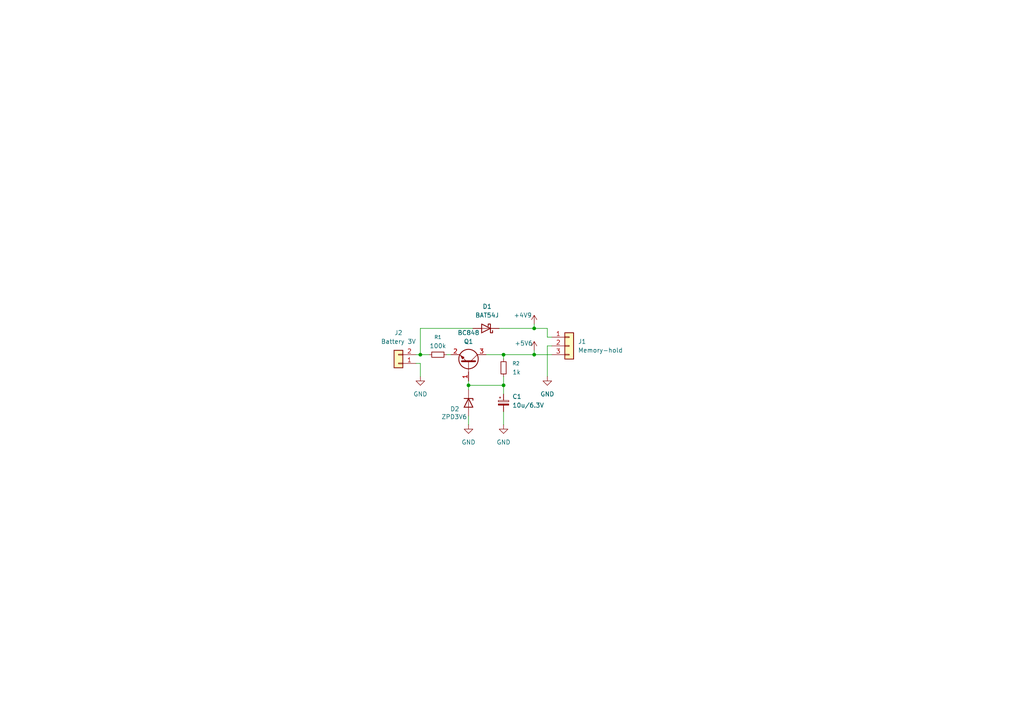
<source format=kicad_sch>
(kicad_sch
	(version 20250114)
	(generator "eeschema")
	(generator_version "9.0")
	(uuid "826c6496-6540-4c41-a18c-46aeb204f4f0")
	(paper "A4")
	(lib_symbols
		(symbol "Connector_Generic:Conn_01x02"
			(pin_names
				(offset 1.016)
				(hide yes)
			)
			(exclude_from_sim no)
			(in_bom yes)
			(on_board yes)
			(property "Reference" "J"
				(at 0 2.54 0)
				(effects
					(font
						(size 1.27 1.27)
					)
				)
			)
			(property "Value" "Conn_01x02"
				(at 0 -5.08 0)
				(effects
					(font
						(size 1.27 1.27)
					)
				)
			)
			(property "Footprint" ""
				(at 0 0 0)
				(effects
					(font
						(size 1.27 1.27)
					)
					(hide yes)
				)
			)
			(property "Datasheet" "~"
				(at 0 0 0)
				(effects
					(font
						(size 1.27 1.27)
					)
					(hide yes)
				)
			)
			(property "Description" "Generic connector, single row, 01x02, script generated (kicad-library-utils/schlib/autogen/connector/)"
				(at 0 0 0)
				(effects
					(font
						(size 1.27 1.27)
					)
					(hide yes)
				)
			)
			(property "ki_keywords" "connector"
				(at 0 0 0)
				(effects
					(font
						(size 1.27 1.27)
					)
					(hide yes)
				)
			)
			(property "ki_fp_filters" "Connector*:*_1x??_*"
				(at 0 0 0)
				(effects
					(font
						(size 1.27 1.27)
					)
					(hide yes)
				)
			)
			(symbol "Conn_01x02_1_1"
				(rectangle
					(start -1.27 1.27)
					(end 1.27 -3.81)
					(stroke
						(width 0.254)
						(type default)
					)
					(fill
						(type background)
					)
				)
				(rectangle
					(start -1.27 0.127)
					(end 0 -0.127)
					(stroke
						(width 0.1524)
						(type default)
					)
					(fill
						(type none)
					)
				)
				(rectangle
					(start -1.27 -2.413)
					(end 0 -2.667)
					(stroke
						(width 0.1524)
						(type default)
					)
					(fill
						(type none)
					)
				)
				(pin passive line
					(at -5.08 0 0)
					(length 3.81)
					(name "Pin_1"
						(effects
							(font
								(size 1.27 1.27)
							)
						)
					)
					(number "1"
						(effects
							(font
								(size 1.27 1.27)
							)
						)
					)
				)
				(pin passive line
					(at -5.08 -2.54 0)
					(length 3.81)
					(name "Pin_2"
						(effects
							(font
								(size 1.27 1.27)
							)
						)
					)
					(number "2"
						(effects
							(font
								(size 1.27 1.27)
							)
						)
					)
				)
			)
			(embedded_fonts no)
		)
		(symbol "Connector_Generic:Conn_01x03"
			(pin_names
				(offset 1.016)
				(hide yes)
			)
			(exclude_from_sim no)
			(in_bom yes)
			(on_board yes)
			(property "Reference" "J"
				(at 0 5.08 0)
				(effects
					(font
						(size 1.27 1.27)
					)
				)
			)
			(property "Value" "Conn_01x03"
				(at 0 -5.08 0)
				(effects
					(font
						(size 1.27 1.27)
					)
				)
			)
			(property "Footprint" ""
				(at 0 0 0)
				(effects
					(font
						(size 1.27 1.27)
					)
					(hide yes)
				)
			)
			(property "Datasheet" "~"
				(at 0 0 0)
				(effects
					(font
						(size 1.27 1.27)
					)
					(hide yes)
				)
			)
			(property "Description" "Generic connector, single row, 01x03, script generated (kicad-library-utils/schlib/autogen/connector/)"
				(at 0 0 0)
				(effects
					(font
						(size 1.27 1.27)
					)
					(hide yes)
				)
			)
			(property "ki_keywords" "connector"
				(at 0 0 0)
				(effects
					(font
						(size 1.27 1.27)
					)
					(hide yes)
				)
			)
			(property "ki_fp_filters" "Connector*:*_1x??_*"
				(at 0 0 0)
				(effects
					(font
						(size 1.27 1.27)
					)
					(hide yes)
				)
			)
			(symbol "Conn_01x03_1_1"
				(rectangle
					(start -1.27 3.81)
					(end 1.27 -3.81)
					(stroke
						(width 0.254)
						(type default)
					)
					(fill
						(type background)
					)
				)
				(rectangle
					(start -1.27 2.667)
					(end 0 2.413)
					(stroke
						(width 0.1524)
						(type default)
					)
					(fill
						(type none)
					)
				)
				(rectangle
					(start -1.27 0.127)
					(end 0 -0.127)
					(stroke
						(width 0.1524)
						(type default)
					)
					(fill
						(type none)
					)
				)
				(rectangle
					(start -1.27 -2.413)
					(end 0 -2.667)
					(stroke
						(width 0.1524)
						(type default)
					)
					(fill
						(type none)
					)
				)
				(pin passive line
					(at -5.08 2.54 0)
					(length 3.81)
					(name "Pin_1"
						(effects
							(font
								(size 1.27 1.27)
							)
						)
					)
					(number "1"
						(effects
							(font
								(size 1.27 1.27)
							)
						)
					)
				)
				(pin passive line
					(at -5.08 0 0)
					(length 3.81)
					(name "Pin_2"
						(effects
							(font
								(size 1.27 1.27)
							)
						)
					)
					(number "2"
						(effects
							(font
								(size 1.27 1.27)
							)
						)
					)
				)
				(pin passive line
					(at -5.08 -2.54 0)
					(length 3.81)
					(name "Pin_3"
						(effects
							(font
								(size 1.27 1.27)
							)
						)
					)
					(number "3"
						(effects
							(font
								(size 1.27 1.27)
							)
						)
					)
				)
			)
			(embedded_fonts no)
		)
		(symbol "Device:C_Polarized_Small"
			(pin_numbers
				(hide yes)
			)
			(pin_names
				(offset 0.254)
				(hide yes)
			)
			(exclude_from_sim no)
			(in_bom yes)
			(on_board yes)
			(property "Reference" "C"
				(at 0.254 1.778 0)
				(effects
					(font
						(size 1.27 1.27)
					)
					(justify left)
				)
			)
			(property "Value" "C_Polarized_Small"
				(at 0.254 -2.032 0)
				(effects
					(font
						(size 1.27 1.27)
					)
					(justify left)
				)
			)
			(property "Footprint" ""
				(at 0 0 0)
				(effects
					(font
						(size 1.27 1.27)
					)
					(hide yes)
				)
			)
			(property "Datasheet" "~"
				(at 0 0 0)
				(effects
					(font
						(size 1.27 1.27)
					)
					(hide yes)
				)
			)
			(property "Description" "Polarized capacitor, small symbol"
				(at 0 0 0)
				(effects
					(font
						(size 1.27 1.27)
					)
					(hide yes)
				)
			)
			(property "ki_keywords" "cap capacitor"
				(at 0 0 0)
				(effects
					(font
						(size 1.27 1.27)
					)
					(hide yes)
				)
			)
			(property "ki_fp_filters" "CP_*"
				(at 0 0 0)
				(effects
					(font
						(size 1.27 1.27)
					)
					(hide yes)
				)
			)
			(symbol "C_Polarized_Small_0_1"
				(rectangle
					(start -1.524 0.6858)
					(end 1.524 0.3048)
					(stroke
						(width 0)
						(type default)
					)
					(fill
						(type none)
					)
				)
				(rectangle
					(start -1.524 -0.3048)
					(end 1.524 -0.6858)
					(stroke
						(width 0)
						(type default)
					)
					(fill
						(type outline)
					)
				)
				(polyline
					(pts
						(xy -1.27 1.524) (xy -0.762 1.524)
					)
					(stroke
						(width 0)
						(type default)
					)
					(fill
						(type none)
					)
				)
				(polyline
					(pts
						(xy -1.016 1.27) (xy -1.016 1.778)
					)
					(stroke
						(width 0)
						(type default)
					)
					(fill
						(type none)
					)
				)
			)
			(symbol "C_Polarized_Small_1_1"
				(pin passive line
					(at 0 2.54 270)
					(length 1.8542)
					(name "~"
						(effects
							(font
								(size 1.27 1.27)
							)
						)
					)
					(number "1"
						(effects
							(font
								(size 1.27 1.27)
							)
						)
					)
				)
				(pin passive line
					(at 0 -2.54 90)
					(length 1.8542)
					(name "~"
						(effects
							(font
								(size 1.27 1.27)
							)
						)
					)
					(number "2"
						(effects
							(font
								(size 1.27 1.27)
							)
						)
					)
				)
			)
			(embedded_fonts no)
		)
		(symbol "Device:R_Small"
			(pin_numbers
				(hide yes)
			)
			(pin_names
				(offset 0.254)
				(hide yes)
			)
			(exclude_from_sim no)
			(in_bom yes)
			(on_board yes)
			(property "Reference" "R"
				(at 0 0 90)
				(effects
					(font
						(size 1.016 1.016)
					)
				)
			)
			(property "Value" "R_Small"
				(at 1.778 0 90)
				(effects
					(font
						(size 1.27 1.27)
					)
				)
			)
			(property "Footprint" ""
				(at 0 0 0)
				(effects
					(font
						(size 1.27 1.27)
					)
					(hide yes)
				)
			)
			(property "Datasheet" "~"
				(at 0 0 0)
				(effects
					(font
						(size 1.27 1.27)
					)
					(hide yes)
				)
			)
			(property "Description" "Resistor, small symbol"
				(at 0 0 0)
				(effects
					(font
						(size 1.27 1.27)
					)
					(hide yes)
				)
			)
			(property "ki_keywords" "R resistor"
				(at 0 0 0)
				(effects
					(font
						(size 1.27 1.27)
					)
					(hide yes)
				)
			)
			(property "ki_fp_filters" "R_*"
				(at 0 0 0)
				(effects
					(font
						(size 1.27 1.27)
					)
					(hide yes)
				)
			)
			(symbol "R_Small_0_1"
				(rectangle
					(start -0.762 1.778)
					(end 0.762 -1.778)
					(stroke
						(width 0.2032)
						(type default)
					)
					(fill
						(type none)
					)
				)
			)
			(symbol "R_Small_1_1"
				(pin passive line
					(at 0 2.54 270)
					(length 0.762)
					(name "~"
						(effects
							(font
								(size 1.27 1.27)
							)
						)
					)
					(number "1"
						(effects
							(font
								(size 1.27 1.27)
							)
						)
					)
				)
				(pin passive line
					(at 0 -2.54 90)
					(length 0.762)
					(name "~"
						(effects
							(font
								(size 1.27 1.27)
							)
						)
					)
					(number "2"
						(effects
							(font
								(size 1.27 1.27)
							)
						)
					)
				)
			)
			(embedded_fonts no)
		)
		(symbol "Diode:BAT54J"
			(pin_numbers
				(hide yes)
			)
			(pin_names
				(offset 1.016)
				(hide yes)
			)
			(exclude_from_sim no)
			(in_bom yes)
			(on_board yes)
			(property "Reference" "D"
				(at 0 2.54 0)
				(effects
					(font
						(size 1.27 1.27)
					)
				)
			)
			(property "Value" "BAT54J"
				(at 0 -2.54 0)
				(effects
					(font
						(size 1.27 1.27)
					)
				)
			)
			(property "Footprint" "Diode_SMD:D_SOD-323F"
				(at 0 -4.445 0)
				(effects
					(font
						(size 1.27 1.27)
					)
					(hide yes)
				)
			)
			(property "Datasheet" "https://assets.nexperia.com/documents/data-sheet/BAT54J.pdf"
				(at 0 0 0)
				(effects
					(font
						(size 1.27 1.27)
					)
					(hide yes)
				)
			)
			(property "Description" "30V 200mA Schottky diode, SOD-323F"
				(at 0 0 0)
				(effects
					(font
						(size 1.27 1.27)
					)
					(hide yes)
				)
			)
			(property "ki_keywords" "diode Schottky"
				(at 0 0 0)
				(effects
					(font
						(size 1.27 1.27)
					)
					(hide yes)
				)
			)
			(property "ki_fp_filters" "D*SOD?323F*"
				(at 0 0 0)
				(effects
					(font
						(size 1.27 1.27)
					)
					(hide yes)
				)
			)
			(symbol "BAT54J_0_1"
				(polyline
					(pts
						(xy -1.905 0.635) (xy -1.905 1.27) (xy -1.27 1.27) (xy -1.27 -1.27) (xy -0.635 -1.27) (xy -0.635 -0.635)
					)
					(stroke
						(width 0.254)
						(type default)
					)
					(fill
						(type none)
					)
				)
				(polyline
					(pts
						(xy 1.27 1.27) (xy 1.27 -1.27) (xy -1.27 0) (xy 1.27 1.27)
					)
					(stroke
						(width 0.254)
						(type default)
					)
					(fill
						(type none)
					)
				)
				(polyline
					(pts
						(xy 1.27 0) (xy -1.27 0)
					)
					(stroke
						(width 0)
						(type default)
					)
					(fill
						(type none)
					)
				)
			)
			(symbol "BAT54J_1_1"
				(pin passive line
					(at -3.81 0 0)
					(length 2.54)
					(name "K"
						(effects
							(font
								(size 1.27 1.27)
							)
						)
					)
					(number "1"
						(effects
							(font
								(size 1.27 1.27)
							)
						)
					)
				)
				(pin passive line
					(at 3.81 0 180)
					(length 2.54)
					(name "A"
						(effects
							(font
								(size 1.27 1.27)
							)
						)
					)
					(number "2"
						(effects
							(font
								(size 1.27 1.27)
							)
						)
					)
				)
			)
			(embedded_fonts no)
		)
		(symbol "Diode:ZPDxx"
			(pin_numbers
				(hide yes)
			)
			(pin_names
				(hide yes)
			)
			(exclude_from_sim no)
			(in_bom yes)
			(on_board yes)
			(property "Reference" "D"
				(at 0 2.54 0)
				(effects
					(font
						(size 1.27 1.27)
					)
				)
			)
			(property "Value" "ZPDxx"
				(at 0 -2.54 0)
				(effects
					(font
						(size 1.27 1.27)
					)
				)
			)
			(property "Footprint" "Diode_THT:D_DO-35_SOD27_P10.16mm_Horizontal"
				(at 0 -4.445 0)
				(effects
					(font
						(size 1.27 1.27)
					)
					(hide yes)
				)
			)
			(property "Datasheet" "http://diotec.com/tl_files/diotec/files/pdf/datasheets/zpd1"
				(at 0 0 0)
				(effects
					(font
						(size 1.27 1.27)
					)
					(hide yes)
				)
			)
			(property "Description" "500mW Zener Diode, DO-35"
				(at 0 0 0)
				(effects
					(font
						(size 1.27 1.27)
					)
					(hide yes)
				)
			)
			(property "ki_keywords" "zener diode"
				(at 0 0 0)
				(effects
					(font
						(size 1.27 1.27)
					)
					(hide yes)
				)
			)
			(property "ki_fp_filters" "D*DO?35*"
				(at 0 0 0)
				(effects
					(font
						(size 1.27 1.27)
					)
					(hide yes)
				)
			)
			(symbol "ZPDxx_0_1"
				(polyline
					(pts
						(xy -1.27 -1.27) (xy -1.27 1.27) (xy -0.762 1.27)
					)
					(stroke
						(width 0.254)
						(type default)
					)
					(fill
						(type none)
					)
				)
				(polyline
					(pts
						(xy 1.27 0) (xy -1.27 0)
					)
					(stroke
						(width 0)
						(type default)
					)
					(fill
						(type none)
					)
				)
				(polyline
					(pts
						(xy 1.27 -1.27) (xy 1.27 1.27) (xy -1.27 0) (xy 1.27 -1.27)
					)
					(stroke
						(width 0.254)
						(type default)
					)
					(fill
						(type none)
					)
				)
			)
			(symbol "ZPDxx_1_1"
				(pin passive line
					(at -3.81 0 0)
					(length 2.54)
					(name "K"
						(effects
							(font
								(size 1.27 1.27)
							)
						)
					)
					(number "1"
						(effects
							(font
								(size 1.27 1.27)
							)
						)
					)
				)
				(pin passive line
					(at 3.81 0 180)
					(length 2.54)
					(name "A"
						(effects
							(font
								(size 1.27 1.27)
							)
						)
					)
					(number "2"
						(effects
							(font
								(size 1.27 1.27)
							)
						)
					)
				)
			)
			(embedded_fonts no)
		)
		(symbol "Transistor_BJT:BC848"
			(pin_names
				(offset 0)
				(hide yes)
			)
			(exclude_from_sim no)
			(in_bom yes)
			(on_board yes)
			(property "Reference" "Q"
				(at 5.08 1.905 0)
				(effects
					(font
						(size 1.27 1.27)
					)
					(justify left)
				)
			)
			(property "Value" "BC848"
				(at 5.08 0 0)
				(effects
					(font
						(size 1.27 1.27)
					)
					(justify left)
				)
			)
			(property "Footprint" "Package_TO_SOT_SMD:SOT-23"
				(at 5.08 -1.905 0)
				(effects
					(font
						(size 1.27 1.27)
						(italic yes)
					)
					(justify left)
					(hide yes)
				)
			)
			(property "Datasheet" "http://www.infineon.com/dgdl/Infineon-BC847SERIES_BC848SERIES_BC849SERIES_BC850SERIES-DS-v01_01-en.pdf?fileId=db3a304314dca389011541d4630a1657"
				(at 0 0 0)
				(effects
					(font
						(size 1.27 1.27)
					)
					(justify left)
					(hide yes)
				)
			)
			(property "Description" "0.1A Ic, 30V Vce, NPN Transistor, SOT-23"
				(at 0 0 0)
				(effects
					(font
						(size 1.27 1.27)
					)
					(hide yes)
				)
			)
			(property "ki_keywords" "NPN Small Signal Transistor"
				(at 0 0 0)
				(effects
					(font
						(size 1.27 1.27)
					)
					(hide yes)
				)
			)
			(property "ki_fp_filters" "SOT?23*"
				(at 0 0 0)
				(effects
					(font
						(size 1.27 1.27)
					)
					(hide yes)
				)
			)
			(symbol "BC848_0_1"
				(polyline
					(pts
						(xy -2.54 0) (xy 0.635 0)
					)
					(stroke
						(width 0)
						(type default)
					)
					(fill
						(type none)
					)
				)
				(polyline
					(pts
						(xy 0.635 1.905) (xy 0.635 -1.905)
					)
					(stroke
						(width 0.508)
						(type default)
					)
					(fill
						(type none)
					)
				)
				(circle
					(center 1.27 0)
					(radius 2.8194)
					(stroke
						(width 0.254)
						(type default)
					)
					(fill
						(type none)
					)
				)
			)
			(symbol "BC848_1_1"
				(polyline
					(pts
						(xy 0.635 0.635) (xy 2.54 2.54)
					)
					(stroke
						(width 0)
						(type default)
					)
					(fill
						(type none)
					)
				)
				(polyline
					(pts
						(xy 0.635 -0.635) (xy 2.54 -2.54)
					)
					(stroke
						(width 0)
						(type default)
					)
					(fill
						(type none)
					)
				)
				(polyline
					(pts
						(xy 1.27 -1.778) (xy 1.778 -1.27) (xy 2.286 -2.286) (xy 1.27 -1.778)
					)
					(stroke
						(width 0)
						(type default)
					)
					(fill
						(type outline)
					)
				)
				(pin input line
					(at -5.08 0 0)
					(length 2.54)
					(name "B"
						(effects
							(font
								(size 1.27 1.27)
							)
						)
					)
					(number "1"
						(effects
							(font
								(size 1.27 1.27)
							)
						)
					)
				)
				(pin passive line
					(at 2.54 5.08 270)
					(length 2.54)
					(name "C"
						(effects
							(font
								(size 1.27 1.27)
							)
						)
					)
					(number "3"
						(effects
							(font
								(size 1.27 1.27)
							)
						)
					)
				)
				(pin passive line
					(at 2.54 -5.08 90)
					(length 2.54)
					(name "E"
						(effects
							(font
								(size 1.27 1.27)
							)
						)
					)
					(number "2"
						(effects
							(font
								(size 1.27 1.27)
							)
						)
					)
				)
			)
			(embedded_fonts no)
		)
		(symbol "power:+4V"
			(power)
			(pin_numbers
				(hide yes)
			)
			(pin_names
				(offset 0)
				(hide yes)
			)
			(exclude_from_sim no)
			(in_bom yes)
			(on_board yes)
			(property "Reference" "#PWR"
				(at 0 -3.81 0)
				(effects
					(font
						(size 1.27 1.27)
					)
					(hide yes)
				)
			)
			(property "Value" "+4V"
				(at 0 3.556 0)
				(effects
					(font
						(size 1.27 1.27)
					)
				)
			)
			(property "Footprint" ""
				(at 0 0 0)
				(effects
					(font
						(size 1.27 1.27)
					)
					(hide yes)
				)
			)
			(property "Datasheet" ""
				(at 0 0 0)
				(effects
					(font
						(size 1.27 1.27)
					)
					(hide yes)
				)
			)
			(property "Description" "Power symbol creates a global label with name \"+4V\""
				(at 0 0 0)
				(effects
					(font
						(size 1.27 1.27)
					)
					(hide yes)
				)
			)
			(property "ki_keywords" "global power"
				(at 0 0 0)
				(effects
					(font
						(size 1.27 1.27)
					)
					(hide yes)
				)
			)
			(symbol "+4V_0_1"
				(polyline
					(pts
						(xy -0.762 1.27) (xy 0 2.54)
					)
					(stroke
						(width 0)
						(type default)
					)
					(fill
						(type none)
					)
				)
				(polyline
					(pts
						(xy 0 2.54) (xy 0.762 1.27)
					)
					(stroke
						(width 0)
						(type default)
					)
					(fill
						(type none)
					)
				)
				(polyline
					(pts
						(xy 0 0) (xy 0 2.54)
					)
					(stroke
						(width 0)
						(type default)
					)
					(fill
						(type none)
					)
				)
			)
			(symbol "+4V_1_1"
				(pin power_in line
					(at 0 0 90)
					(length 0)
					(name "~"
						(effects
							(font
								(size 1.27 1.27)
							)
						)
					)
					(number "1"
						(effects
							(font
								(size 1.27 1.27)
							)
						)
					)
				)
			)
			(embedded_fonts no)
		)
		(symbol "power:+5V"
			(power)
			(pin_numbers
				(hide yes)
			)
			(pin_names
				(offset 0)
				(hide yes)
			)
			(exclude_from_sim no)
			(in_bom yes)
			(on_board yes)
			(property "Reference" "#PWR"
				(at 0 -3.81 0)
				(effects
					(font
						(size 1.27 1.27)
					)
					(hide yes)
				)
			)
			(property "Value" "+5V"
				(at 0 3.556 0)
				(effects
					(font
						(size 1.27 1.27)
					)
				)
			)
			(property "Footprint" ""
				(at 0 0 0)
				(effects
					(font
						(size 1.27 1.27)
					)
					(hide yes)
				)
			)
			(property "Datasheet" ""
				(at 0 0 0)
				(effects
					(font
						(size 1.27 1.27)
					)
					(hide yes)
				)
			)
			(property "Description" "Power symbol creates a global label with name \"+5V\""
				(at 0 0 0)
				(effects
					(font
						(size 1.27 1.27)
					)
					(hide yes)
				)
			)
			(property "ki_keywords" "global power"
				(at 0 0 0)
				(effects
					(font
						(size 1.27 1.27)
					)
					(hide yes)
				)
			)
			(symbol "+5V_0_1"
				(polyline
					(pts
						(xy -0.762 1.27) (xy 0 2.54)
					)
					(stroke
						(width 0)
						(type default)
					)
					(fill
						(type none)
					)
				)
				(polyline
					(pts
						(xy 0 2.54) (xy 0.762 1.27)
					)
					(stroke
						(width 0)
						(type default)
					)
					(fill
						(type none)
					)
				)
				(polyline
					(pts
						(xy 0 0) (xy 0 2.54)
					)
					(stroke
						(width 0)
						(type default)
					)
					(fill
						(type none)
					)
				)
			)
			(symbol "+5V_1_1"
				(pin power_in line
					(at 0 0 90)
					(length 0)
					(name "~"
						(effects
							(font
								(size 1.27 1.27)
							)
						)
					)
					(number "1"
						(effects
							(font
								(size 1.27 1.27)
							)
						)
					)
				)
			)
			(embedded_fonts no)
		)
		(symbol "power:GND"
			(power)
			(pin_numbers
				(hide yes)
			)
			(pin_names
				(offset 0)
				(hide yes)
			)
			(exclude_from_sim no)
			(in_bom yes)
			(on_board yes)
			(property "Reference" "#PWR"
				(at 0 -6.35 0)
				(effects
					(font
						(size 1.27 1.27)
					)
					(hide yes)
				)
			)
			(property "Value" "GND"
				(at 0 -3.81 0)
				(effects
					(font
						(size 1.27 1.27)
					)
				)
			)
			(property "Footprint" ""
				(at 0 0 0)
				(effects
					(font
						(size 1.27 1.27)
					)
					(hide yes)
				)
			)
			(property "Datasheet" ""
				(at 0 0 0)
				(effects
					(font
						(size 1.27 1.27)
					)
					(hide yes)
				)
			)
			(property "Description" "Power symbol creates a global label with name \"GND\" , ground"
				(at 0 0 0)
				(effects
					(font
						(size 1.27 1.27)
					)
					(hide yes)
				)
			)
			(property "ki_keywords" "global power"
				(at 0 0 0)
				(effects
					(font
						(size 1.27 1.27)
					)
					(hide yes)
				)
			)
			(symbol "GND_0_1"
				(polyline
					(pts
						(xy 0 0) (xy 0 -1.27) (xy 1.27 -1.27) (xy 0 -2.54) (xy -1.27 -1.27) (xy 0 -1.27)
					)
					(stroke
						(width 0)
						(type default)
					)
					(fill
						(type none)
					)
				)
			)
			(symbol "GND_1_1"
				(pin power_in line
					(at 0 0 270)
					(length 0)
					(name "~"
						(effects
							(font
								(size 1.27 1.27)
							)
						)
					)
					(number "1"
						(effects
							(font
								(size 1.27 1.27)
							)
						)
					)
				)
			)
			(embedded_fonts no)
		)
	)
	(junction
		(at 154.94 102.87)
		(diameter 0)
		(color 0 0 0 0)
		(uuid "4615d717-04d8-4159-8c03-22e37b352d49")
	)
	(junction
		(at 154.94 95.25)
		(diameter 0)
		(color 0 0 0 0)
		(uuid "66becd49-63fc-4a69-8874-de07c87eceb4")
	)
	(junction
		(at 121.92 102.87)
		(diameter 0)
		(color 0 0 0 0)
		(uuid "74cd4495-0ddd-45b2-8e1a-3b9c5d56287b")
	)
	(junction
		(at 146.05 102.87)
		(diameter 0)
		(color 0 0 0 0)
		(uuid "781671f0-92e8-4ea3-8547-58ad497690f5")
	)
	(junction
		(at 135.89 111.76)
		(diameter 0)
		(color 0 0 0 0)
		(uuid "7cda2003-e429-4919-a8c8-a96eb3526834")
	)
	(junction
		(at 146.05 111.76)
		(diameter 0)
		(color 0 0 0 0)
		(uuid "c57cab80-5b6b-4b13-8763-8676e6c0f295")
	)
	(wire
		(pts
			(xy 120.65 102.87) (xy 121.92 102.87)
		)
		(stroke
			(width 0)
			(type default)
		)
		(uuid "227e3629-ab1e-4b84-a7eb-e671f160b226")
	)
	(wire
		(pts
			(xy 121.92 102.87) (xy 124.46 102.87)
		)
		(stroke
			(width 0)
			(type default)
		)
		(uuid "366b59dc-98e0-4dd9-8524-5202bce5f97e")
	)
	(wire
		(pts
			(xy 146.05 102.87) (xy 146.05 104.14)
		)
		(stroke
			(width 0)
			(type default)
		)
		(uuid "39ee0121-653e-45ce-84d5-45f838adf7aa")
	)
	(wire
		(pts
			(xy 158.75 97.79) (xy 160.02 97.79)
		)
		(stroke
			(width 0)
			(type default)
		)
		(uuid "3bb3dc72-578c-4e0c-8410-a9f578e66568")
	)
	(wire
		(pts
			(xy 135.89 120.65) (xy 135.89 123.19)
		)
		(stroke
			(width 0)
			(type default)
		)
		(uuid "3c451528-2977-4ff6-8464-e4fb4ceb538e")
	)
	(wire
		(pts
			(xy 129.54 102.87) (xy 130.81 102.87)
		)
		(stroke
			(width 0)
			(type default)
		)
		(uuid "4796fedb-3b8a-4203-bd42-12993996f3f2")
	)
	(wire
		(pts
			(xy 135.89 111.76) (xy 135.89 110.49)
		)
		(stroke
			(width 0)
			(type default)
		)
		(uuid "4adba502-16f0-4b0e-9c7d-6182e67723fd")
	)
	(wire
		(pts
			(xy 121.92 109.22) (xy 121.92 105.41)
		)
		(stroke
			(width 0)
			(type default)
		)
		(uuid "5185c9c0-ee89-42cf-a50f-47ca570acd38")
	)
	(wire
		(pts
			(xy 158.75 97.79) (xy 158.75 95.25)
		)
		(stroke
			(width 0)
			(type default)
		)
		(uuid "5193b571-a0f9-4a10-8cab-44f76094fe07")
	)
	(wire
		(pts
			(xy 154.94 102.87) (xy 160.02 102.87)
		)
		(stroke
			(width 0)
			(type default)
		)
		(uuid "52638f0a-6024-4631-a6ec-28598a4ac87f")
	)
	(wire
		(pts
			(xy 146.05 119.38) (xy 146.05 123.19)
		)
		(stroke
			(width 0)
			(type default)
		)
		(uuid "6fa1423b-0b0e-42d2-88d0-039528223b1f")
	)
	(wire
		(pts
			(xy 140.97 102.87) (xy 146.05 102.87)
		)
		(stroke
			(width 0)
			(type default)
		)
		(uuid "7da5e2bb-8684-4d62-b50c-c08ea680dfe9")
	)
	(wire
		(pts
			(xy 158.75 100.33) (xy 160.02 100.33)
		)
		(stroke
			(width 0)
			(type default)
		)
		(uuid "7f8fa5e8-0227-4eed-8bb8-4904a4a9a9bb")
	)
	(wire
		(pts
			(xy 154.94 102.87) (xy 154.94 101.6)
		)
		(stroke
			(width 0)
			(type default)
		)
		(uuid "8153c64d-9d75-4a1a-86b1-44196b587797")
	)
	(wire
		(pts
			(xy 135.89 111.76) (xy 135.89 113.03)
		)
		(stroke
			(width 0)
			(type default)
		)
		(uuid "961488f7-311c-4254-b772-64cba37dab26")
	)
	(wire
		(pts
			(xy 146.05 102.87) (xy 154.94 102.87)
		)
		(stroke
			(width 0)
			(type default)
		)
		(uuid "991ad78f-eff1-4b2b-829d-2aa0b5517b85")
	)
	(wire
		(pts
			(xy 146.05 109.22) (xy 146.05 111.76)
		)
		(stroke
			(width 0)
			(type default)
		)
		(uuid "9c87971a-ec63-4a85-8383-c61cdda319bd")
	)
	(wire
		(pts
			(xy 154.94 95.25) (xy 144.78 95.25)
		)
		(stroke
			(width 0)
			(type default)
		)
		(uuid "a85010ed-d575-4834-b9a3-af9ddcb07822")
	)
	(wire
		(pts
			(xy 146.05 111.76) (xy 146.05 114.3)
		)
		(stroke
			(width 0)
			(type default)
		)
		(uuid "b8e98bc3-0475-4033-9963-cccf91bef4a1")
	)
	(wire
		(pts
			(xy 121.92 95.25) (xy 121.92 102.87)
		)
		(stroke
			(width 0)
			(type default)
		)
		(uuid "c17cb56d-82b1-4285-b7b5-e6c4667c983c")
	)
	(wire
		(pts
			(xy 120.65 105.41) (xy 121.92 105.41)
		)
		(stroke
			(width 0)
			(type default)
		)
		(uuid "c848b081-6527-4d76-a1bb-5fe71d182ada")
	)
	(wire
		(pts
			(xy 121.92 95.25) (xy 137.16 95.25)
		)
		(stroke
			(width 0)
			(type default)
		)
		(uuid "cbebcdb5-00ac-4ce2-9446-c1b52515b98a")
	)
	(wire
		(pts
			(xy 158.75 100.33) (xy 158.75 109.22)
		)
		(stroke
			(width 0)
			(type default)
		)
		(uuid "ce67880f-8d57-40f5-b325-1e033e7b6a27")
	)
	(wire
		(pts
			(xy 158.75 95.25) (xy 154.94 95.25)
		)
		(stroke
			(width 0)
			(type default)
		)
		(uuid "eadd9a5e-d372-413c-bbfe-f13cb4364275")
	)
	(wire
		(pts
			(xy 154.94 93.98) (xy 154.94 95.25)
		)
		(stroke
			(width 0)
			(type default)
		)
		(uuid "ed2c672d-4543-4dcc-8812-df37e567fdd9")
	)
	(wire
		(pts
			(xy 146.05 111.76) (xy 135.89 111.76)
		)
		(stroke
			(width 0)
			(type default)
		)
		(uuid "f12e7839-c897-46ba-b33c-82112ab314aa")
	)
	(symbol
		(lib_id "Diode:BAT54J")
		(at 140.97 95.25 180)
		(unit 1)
		(exclude_from_sim no)
		(in_bom yes)
		(on_board yes)
		(dnp no)
		(fields_autoplaced yes)
		(uuid "124372ab-dc1d-4812-9791-08a844735bda")
		(property "Reference" "D1"
			(at 141.2875 88.9 0)
			(effects
				(font
					(size 1.27 1.27)
				)
			)
		)
		(property "Value" "BAT54J"
			(at 141.2875 91.44 0)
			(effects
				(font
					(size 1.27 1.27)
				)
			)
		)
		(property "Footprint" "Diode_SMD:D_SOD-323F"
			(at 140.97 90.805 0)
			(effects
				(font
					(size 1.27 1.27)
				)
				(hide yes)
			)
		)
		(property "Datasheet" "https://assets.nexperia.com/documents/data-sheet/BAT54J.pdf"
			(at 140.97 95.25 0)
			(effects
				(font
					(size 1.27 1.27)
				)
				(hide yes)
			)
		)
		(property "Description" "30V 200mA Schottky diode, SOD-323F"
			(at 140.97 95.25 0)
			(effects
				(font
					(size 1.27 1.27)
				)
				(hide yes)
			)
		)
		(pin "2"
			(uuid "98f1dd4c-5ecd-48b7-9cd8-74ba3b429d02")
		)
		(pin "1"
			(uuid "71597a35-5c64-4bc7-8ab9-17f18c280339")
		)
		(instances
			(project ""
				(path "/826c6496-6540-4c41-a18c-46aeb204f4f0"
					(reference "D1")
					(unit 1)
				)
			)
		)
	)
	(symbol
		(lib_id "Device:R_Small")
		(at 146.05 106.68 0)
		(unit 1)
		(exclude_from_sim no)
		(in_bom yes)
		(on_board yes)
		(dnp no)
		(fields_autoplaced yes)
		(uuid "184ee8e8-e4a8-45cb-bee6-e3d7fdbe2c58")
		(property "Reference" "R2"
			(at 148.59 105.4099 0)
			(effects
				(font
					(size 1.016 1.016)
				)
				(justify left)
			)
		)
		(property "Value" "1k"
			(at 148.59 107.9499 0)
			(effects
				(font
					(size 1.27 1.27)
				)
				(justify left)
			)
		)
		(property "Footprint" "Resistor_SMD:R_1206_3216Metric"
			(at 146.05 106.68 0)
			(effects
				(font
					(size 1.27 1.27)
				)
				(hide yes)
			)
		)
		(property "Datasheet" "~"
			(at 146.05 106.68 0)
			(effects
				(font
					(size 1.27 1.27)
				)
				(hide yes)
			)
		)
		(property "Description" "Resistor, small symbol"
			(at 146.05 106.68 0)
			(effects
				(font
					(size 1.27 1.27)
				)
				(hide yes)
			)
		)
		(pin "2"
			(uuid "bd2869f6-9b12-4333-bade-3245a6889d03")
		)
		(pin "1"
			(uuid "b3d43a30-3215-46c1-8364-176e01675eb6")
		)
		(instances
			(project ""
				(path "/826c6496-6540-4c41-a18c-46aeb204f4f0"
					(reference "R2")
					(unit 1)
				)
			)
		)
	)
	(symbol
		(lib_id "power:GND")
		(at 158.75 109.22 0)
		(unit 1)
		(exclude_from_sim no)
		(in_bom yes)
		(on_board yes)
		(dnp no)
		(fields_autoplaced yes)
		(uuid "1b6407f8-a2ae-456b-8b81-b859d816c058")
		(property "Reference" "#PWR04"
			(at 158.75 115.57 0)
			(effects
				(font
					(size 1.27 1.27)
				)
				(hide yes)
			)
		)
		(property "Value" "GND"
			(at 158.75 114.3 0)
			(effects
				(font
					(size 1.27 1.27)
				)
			)
		)
		(property "Footprint" ""
			(at 158.75 109.22 0)
			(effects
				(font
					(size 1.27 1.27)
				)
				(hide yes)
			)
		)
		(property "Datasheet" ""
			(at 158.75 109.22 0)
			(effects
				(font
					(size 1.27 1.27)
				)
				(hide yes)
			)
		)
		(property "Description" "Power symbol creates a global label with name \"GND\" , ground"
			(at 158.75 109.22 0)
			(effects
				(font
					(size 1.27 1.27)
				)
				(hide yes)
			)
		)
		(pin "1"
			(uuid "297ba1d9-9c7d-4db0-adb9-d997bf9ccd3c")
		)
		(instances
			(project ""
				(path "/826c6496-6540-4c41-a18c-46aeb204f4f0"
					(reference "#PWR04")
					(unit 1)
				)
			)
		)
	)
	(symbol
		(lib_id "Diode:ZPDxx")
		(at 135.89 116.84 270)
		(unit 1)
		(exclude_from_sim no)
		(in_bom yes)
		(on_board yes)
		(dnp no)
		(uuid "1e7de014-297e-473b-8b8f-d70e6c709432")
		(property "Reference" "D2"
			(at 130.556 118.618 90)
			(effects
				(font
					(size 1.27 1.27)
				)
				(justify left)
			)
		)
		(property "Value" "ZPD3V6"
			(at 128.016 120.904 90)
			(effects
				(font
					(size 1.27 1.27)
				)
				(justify left)
			)
		)
		(property "Footprint" "Diode_THT:D_DO-35_SOD27_P5.08mm_Vertical_AnodeUp"
			(at 131.445 116.84 0)
			(effects
				(font
					(size 1.27 1.27)
				)
				(hide yes)
			)
		)
		(property "Datasheet" "http://diotec.com/tl_files/diotec/files/pdf/datasheets/zpd1"
			(at 135.89 116.84 0)
			(effects
				(font
					(size 1.27 1.27)
				)
				(hide yes)
			)
		)
		(property "Description" "500mW Zener Diode, DO-35"
			(at 135.89 116.84 0)
			(effects
				(font
					(size 1.27 1.27)
				)
				(hide yes)
			)
		)
		(pin "1"
			(uuid "cf055859-253f-4cd9-8abb-ab7da7a79017")
		)
		(pin "2"
			(uuid "7051a693-1cc5-40ec-aaaf-ed7e877edbe5")
		)
		(instances
			(project ""
				(path "/826c6496-6540-4c41-a18c-46aeb204f4f0"
					(reference "D2")
					(unit 1)
				)
			)
		)
	)
	(symbol
		(lib_id "power:+4V")
		(at 154.94 93.98 0)
		(unit 1)
		(exclude_from_sim no)
		(in_bom yes)
		(on_board yes)
		(dnp no)
		(uuid "40ed1f0d-b1e0-45ff-8f9e-be636a6a144c")
		(property "Reference" "#PWR01"
			(at 154.94 97.79 0)
			(effects
				(font
					(size 1.27 1.27)
				)
				(hide yes)
			)
		)
		(property "Value" "+4V9"
			(at 151.638 91.44 0)
			(effects
				(font
					(size 1.27 1.27)
				)
			)
		)
		(property "Footprint" ""
			(at 154.94 93.98 0)
			(effects
				(font
					(size 1.27 1.27)
				)
				(hide yes)
			)
		)
		(property "Datasheet" ""
			(at 154.94 93.98 0)
			(effects
				(font
					(size 1.27 1.27)
				)
				(hide yes)
			)
		)
		(property "Description" "Power symbol creates a global label with name \"+4V\""
			(at 154.94 93.98 0)
			(effects
				(font
					(size 1.27 1.27)
				)
				(hide yes)
			)
		)
		(pin "1"
			(uuid "8c290da5-34f7-44df-9479-dd005bdb0c72")
		)
		(instances
			(project ""
				(path "/826c6496-6540-4c41-a18c-46aeb204f4f0"
					(reference "#PWR01")
					(unit 1)
				)
			)
		)
	)
	(symbol
		(lib_id "power:GND")
		(at 135.89 123.19 0)
		(unit 1)
		(exclude_from_sim no)
		(in_bom yes)
		(on_board yes)
		(dnp no)
		(fields_autoplaced yes)
		(uuid "419d1ba7-5972-47b9-9dbf-54e67c1b31d0")
		(property "Reference" "#PWR05"
			(at 135.89 129.54 0)
			(effects
				(font
					(size 1.27 1.27)
				)
				(hide yes)
			)
		)
		(property "Value" "GND"
			(at 135.89 128.27 0)
			(effects
				(font
					(size 1.27 1.27)
				)
			)
		)
		(property "Footprint" ""
			(at 135.89 123.19 0)
			(effects
				(font
					(size 1.27 1.27)
				)
				(hide yes)
			)
		)
		(property "Datasheet" ""
			(at 135.89 123.19 0)
			(effects
				(font
					(size 1.27 1.27)
				)
				(hide yes)
			)
		)
		(property "Description" "Power symbol creates a global label with name \"GND\" , ground"
			(at 135.89 123.19 0)
			(effects
				(font
					(size 1.27 1.27)
				)
				(hide yes)
			)
		)
		(pin "1"
			(uuid "49698931-9c1f-443c-9de5-f14c64f70c64")
		)
		(instances
			(project "Podtrzymanie-baterii-Grundig"
				(path "/826c6496-6540-4c41-a18c-46aeb204f4f0"
					(reference "#PWR05")
					(unit 1)
				)
			)
		)
	)
	(symbol
		(lib_id "power:GND")
		(at 121.92 109.22 0)
		(unit 1)
		(exclude_from_sim no)
		(in_bom yes)
		(on_board yes)
		(dnp no)
		(fields_autoplaced yes)
		(uuid "53f3f3f1-6947-4cca-9494-88223dda4258")
		(property "Reference" "#PWR03"
			(at 121.92 115.57 0)
			(effects
				(font
					(size 1.27 1.27)
				)
				(hide yes)
			)
		)
		(property "Value" "GND"
			(at 121.92 114.3 0)
			(effects
				(font
					(size 1.27 1.27)
				)
			)
		)
		(property "Footprint" ""
			(at 121.92 109.22 0)
			(effects
				(font
					(size 1.27 1.27)
				)
				(hide yes)
			)
		)
		(property "Datasheet" ""
			(at 121.92 109.22 0)
			(effects
				(font
					(size 1.27 1.27)
				)
				(hide yes)
			)
		)
		(property "Description" "Power symbol creates a global label with name \"GND\" , ground"
			(at 121.92 109.22 0)
			(effects
				(font
					(size 1.27 1.27)
				)
				(hide yes)
			)
		)
		(pin "1"
			(uuid "8830dd6e-0fd2-4a34-82fa-2602ccaea527")
		)
		(instances
			(project ""
				(path "/826c6496-6540-4c41-a18c-46aeb204f4f0"
					(reference "#PWR03")
					(unit 1)
				)
			)
		)
	)
	(symbol
		(lib_id "Connector_Generic:Conn_01x03")
		(at 165.1 100.33 0)
		(unit 1)
		(exclude_from_sim no)
		(in_bom yes)
		(on_board yes)
		(dnp no)
		(fields_autoplaced yes)
		(uuid "5a51c5bc-9cde-4411-aab7-a323e85b434b")
		(property "Reference" "J1"
			(at 167.64 99.0599 0)
			(effects
				(font
					(size 1.27 1.27)
				)
				(justify left)
			)
		)
		(property "Value" "Memory-hold"
			(at 167.64 101.5999 0)
			(effects
				(font
					(size 1.27 1.27)
				)
				(justify left)
			)
		)
		(property "Footprint" "Connector_PinHeader_2.54mm:PinHeader_1x03_P2.54mm_Vertical"
			(at 165.1 100.33 0)
			(effects
				(font
					(size 1.27 1.27)
				)
				(hide yes)
			)
		)
		(property "Datasheet" "~"
			(at 165.1 100.33 0)
			(effects
				(font
					(size 1.27 1.27)
				)
				(hide yes)
			)
		)
		(property "Description" "Generic connector, single row, 01x03, script generated (kicad-library-utils/schlib/autogen/connector/)"
			(at 165.1 100.33 0)
			(effects
				(font
					(size 1.27 1.27)
				)
				(hide yes)
			)
		)
		(pin "1"
			(uuid "629a8ff5-2507-45ff-a987-dce8419cba7a")
		)
		(pin "2"
			(uuid "1e16723f-7f0f-4748-8c75-60e29f161cfc")
		)
		(pin "3"
			(uuid "c73690f1-a8d4-48be-b838-4b254b10003e")
		)
		(instances
			(project ""
				(path "/826c6496-6540-4c41-a18c-46aeb204f4f0"
					(reference "J1")
					(unit 1)
				)
			)
		)
	)
	(symbol
		(lib_id "power:GND")
		(at 146.05 123.19 0)
		(unit 1)
		(exclude_from_sim no)
		(in_bom yes)
		(on_board yes)
		(dnp no)
		(fields_autoplaced yes)
		(uuid "6f361417-4dbd-43ac-9980-4d5867cb83be")
		(property "Reference" "#PWR06"
			(at 146.05 129.54 0)
			(effects
				(font
					(size 1.27 1.27)
				)
				(hide yes)
			)
		)
		(property "Value" "GND"
			(at 146.05 128.27 0)
			(effects
				(font
					(size 1.27 1.27)
				)
			)
		)
		(property "Footprint" ""
			(at 146.05 123.19 0)
			(effects
				(font
					(size 1.27 1.27)
				)
				(hide yes)
			)
		)
		(property "Datasheet" ""
			(at 146.05 123.19 0)
			(effects
				(font
					(size 1.27 1.27)
				)
				(hide yes)
			)
		)
		(property "Description" "Power symbol creates a global label with name \"GND\" , ground"
			(at 146.05 123.19 0)
			(effects
				(font
					(size 1.27 1.27)
				)
				(hide yes)
			)
		)
		(pin "1"
			(uuid "176c56a4-208b-4c33-adc5-20c88bef58df")
		)
		(instances
			(project "Podtrzymanie-baterii-Grundig"
				(path "/826c6496-6540-4c41-a18c-46aeb204f4f0"
					(reference "#PWR06")
					(unit 1)
				)
			)
		)
	)
	(symbol
		(lib_id "Device:R_Small")
		(at 127 102.87 90)
		(unit 1)
		(exclude_from_sim no)
		(in_bom yes)
		(on_board yes)
		(dnp no)
		(fields_autoplaced yes)
		(uuid "74d973d5-e624-4ddc-94de-20a0b03d35d4")
		(property "Reference" "R1"
			(at 127 97.79 90)
			(effects
				(font
					(size 1.016 1.016)
				)
			)
		)
		(property "Value" "100k"
			(at 127 100.33 90)
			(effects
				(font
					(size 1.27 1.27)
				)
			)
		)
		(property "Footprint" "Resistor_SMD:R_1206_3216Metric"
			(at 127 102.87 0)
			(effects
				(font
					(size 1.27 1.27)
				)
				(hide yes)
			)
		)
		(property "Datasheet" "~"
			(at 127 102.87 0)
			(effects
				(font
					(size 1.27 1.27)
				)
				(hide yes)
			)
		)
		(property "Description" "Resistor, small symbol"
			(at 127 102.87 0)
			(effects
				(font
					(size 1.27 1.27)
				)
				(hide yes)
			)
		)
		(pin "2"
			(uuid "0f112083-8e07-4438-9703-7a116ce2cc3b")
		)
		(pin "1"
			(uuid "3625eca8-3538-424a-b6d5-b2e4068232e9")
		)
		(instances
			(project "Podtrzymanie-baterii-Grundig"
				(path "/826c6496-6540-4c41-a18c-46aeb204f4f0"
					(reference "R1")
					(unit 1)
				)
			)
		)
	)
	(symbol
		(lib_id "Transistor_BJT:BC848")
		(at 135.89 105.41 270)
		(mirror x)
		(unit 1)
		(exclude_from_sim no)
		(in_bom yes)
		(on_board yes)
		(dnp no)
		(uuid "b38f7df0-5981-4564-a520-b2e9adb37d49")
		(property "Reference" "Q1"
			(at 135.89 99.06 90)
			(effects
				(font
					(size 1.27 1.27)
				)
			)
		)
		(property "Value" "BC848"
			(at 135.89 96.52 90)
			(effects
				(font
					(size 1.27 1.27)
				)
			)
		)
		(property "Footprint" "Package_TO_SOT_SMD:SOT-23"
			(at 133.985 100.33 0)
			(effects
				(font
					(size 1.27 1.27)
					(italic yes)
				)
				(justify left)
				(hide yes)
			)
		)
		(property "Datasheet" "http://www.infineon.com/dgdl/Infineon-BC847SERIES_BC848SERIES_BC849SERIES_BC850SERIES-DS-v01_01-en.pdf?fileId=db3a304314dca389011541d4630a1657"
			(at 135.89 105.41 0)
			(effects
				(font
					(size 1.27 1.27)
				)
				(justify left)
				(hide yes)
			)
		)
		(property "Description" "0.1A Ic, 30V Vce, NPN Transistor, SOT-23"
			(at 135.89 105.41 0)
			(effects
				(font
					(size 1.27 1.27)
				)
				(hide yes)
			)
		)
		(pin "1"
			(uuid "ed49dfff-7a3d-488a-8dd6-b9f326961250")
		)
		(pin "3"
			(uuid "71a9af63-b206-4ea5-8b87-0dadd81996f3")
		)
		(pin "2"
			(uuid "958e7ad3-ce6d-4835-a836-bbc1991b8b3d")
		)
		(instances
			(project ""
				(path "/826c6496-6540-4c41-a18c-46aeb204f4f0"
					(reference "Q1")
					(unit 1)
				)
			)
		)
	)
	(symbol
		(lib_id "power:+5V")
		(at 154.94 101.6 0)
		(unit 1)
		(exclude_from_sim no)
		(in_bom yes)
		(on_board yes)
		(dnp no)
		(uuid "b84ddc72-096f-4026-b469-a3c5d8c1ffe9")
		(property "Reference" "#PWR02"
			(at 154.94 105.41 0)
			(effects
				(font
					(size 1.27 1.27)
				)
				(hide yes)
			)
		)
		(property "Value" "+5V6"
			(at 151.892 99.568 0)
			(effects
				(font
					(size 1.27 1.27)
				)
			)
		)
		(property "Footprint" ""
			(at 154.94 101.6 0)
			(effects
				(font
					(size 1.27 1.27)
				)
				(hide yes)
			)
		)
		(property "Datasheet" ""
			(at 154.94 101.6 0)
			(effects
				(font
					(size 1.27 1.27)
				)
				(hide yes)
			)
		)
		(property "Description" "Power symbol creates a global label with name \"+5V\""
			(at 154.94 101.6 0)
			(effects
				(font
					(size 1.27 1.27)
				)
				(hide yes)
			)
		)
		(pin "1"
			(uuid "5a51a766-f0ab-46ff-a8ed-e9d490b35d54")
		)
		(instances
			(project ""
				(path "/826c6496-6540-4c41-a18c-46aeb204f4f0"
					(reference "#PWR02")
					(unit 1)
				)
			)
		)
	)
	(symbol
		(lib_id "Connector_Generic:Conn_01x02")
		(at 115.57 105.41 180)
		(unit 1)
		(exclude_from_sim no)
		(in_bom yes)
		(on_board yes)
		(dnp no)
		(fields_autoplaced yes)
		(uuid "e56b3399-de12-48d5-aa53-990abf354a47")
		(property "Reference" "J2"
			(at 115.57 96.52 0)
			(effects
				(font
					(size 1.27 1.27)
				)
			)
		)
		(property "Value" "Battery 3V"
			(at 115.57 99.06 0)
			(effects
				(font
					(size 1.27 1.27)
				)
			)
		)
		(property "Footprint" "Connector_PinHeader_2.54mm:PinHeader_1x02_P2.54mm_Vertical"
			(at 115.57 105.41 0)
			(effects
				(font
					(size 1.27 1.27)
				)
				(hide yes)
			)
		)
		(property "Datasheet" "~"
			(at 115.57 105.41 0)
			(effects
				(font
					(size 1.27 1.27)
				)
				(hide yes)
			)
		)
		(property "Description" "Generic connector, single row, 01x02, script generated (kicad-library-utils/schlib/autogen/connector/)"
			(at 115.57 105.41 0)
			(effects
				(font
					(size 1.27 1.27)
				)
				(hide yes)
			)
		)
		(pin "1"
			(uuid "40cbc8a0-3722-4caa-af98-e81a21df53ad")
		)
		(pin "2"
			(uuid "2e45791f-9320-4777-8f53-117576d3dfd6")
		)
		(instances
			(project ""
				(path "/826c6496-6540-4c41-a18c-46aeb204f4f0"
					(reference "J2")
					(unit 1)
				)
			)
		)
	)
	(symbol
		(lib_id "Device:C_Polarized_Small")
		(at 146.05 116.84 0)
		(unit 1)
		(exclude_from_sim no)
		(in_bom yes)
		(on_board yes)
		(dnp no)
		(fields_autoplaced yes)
		(uuid "ff934639-1854-4749-8ce3-06d9ef1907be")
		(property "Reference" "C1"
			(at 148.59 115.0238 0)
			(effects
				(font
					(size 1.27 1.27)
				)
				(justify left)
			)
		)
		(property "Value" "10u/6.3V"
			(at 148.59 117.5638 0)
			(effects
				(font
					(size 1.27 1.27)
				)
				(justify left)
			)
		)
		(property "Footprint" "Capacitor_THT:CP_Radial_D4.0mm_P2.00mm"
			(at 146.05 116.84 0)
			(effects
				(font
					(size 1.27 1.27)
				)
				(hide yes)
			)
		)
		(property "Datasheet" "~"
			(at 146.05 116.84 0)
			(effects
				(font
					(size 1.27 1.27)
				)
				(hide yes)
			)
		)
		(property "Description" "Polarized capacitor, small symbol"
			(at 146.05 116.84 0)
			(effects
				(font
					(size 1.27 1.27)
				)
				(hide yes)
			)
		)
		(pin "1"
			(uuid "34a3c3d6-eaec-44d3-a164-5d6fee4a9748")
		)
		(pin "2"
			(uuid "2becd52a-ed14-4c3f-a4d3-0d03d41a1594")
		)
		(instances
			(project ""
				(path "/826c6496-6540-4c41-a18c-46aeb204f4f0"
					(reference "C1")
					(unit 1)
				)
			)
		)
	)
	(sheet_instances
		(path "/"
			(page "1")
		)
	)
	(embedded_fonts no)
)

</source>
